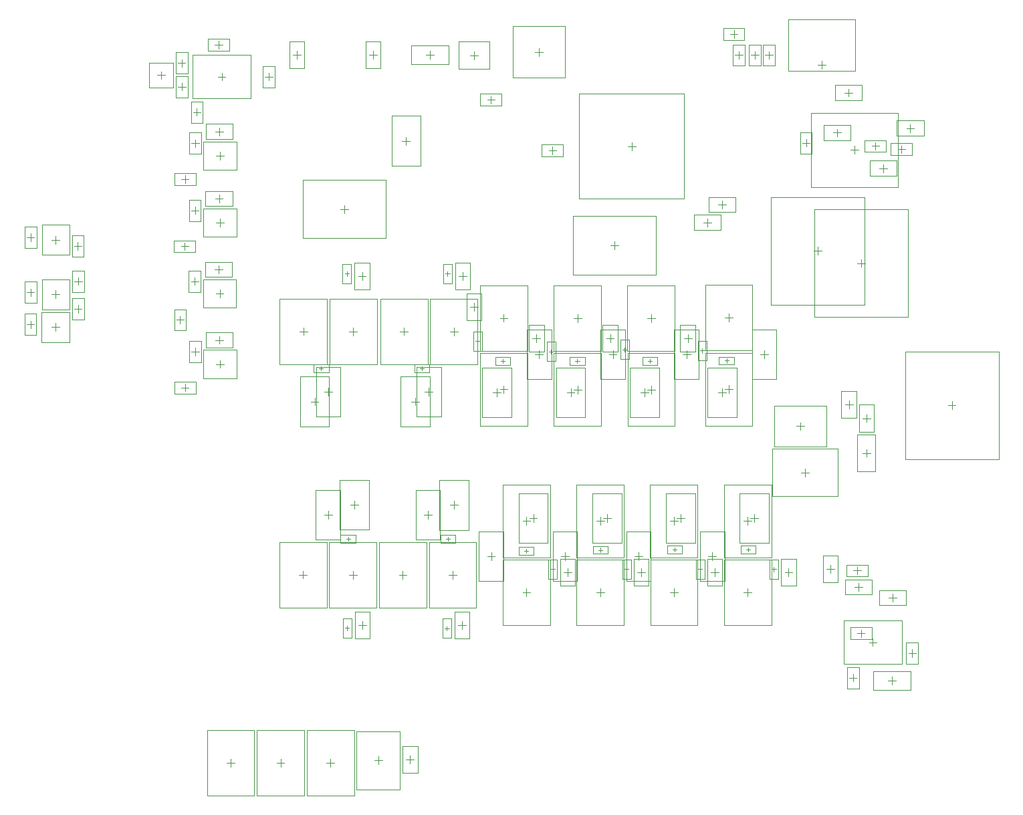
<source format=gbr>
%TF.GenerationSoftware,Altium Limited,Altium Designer,19.0.10 (269)*%
G04 Layer_Color=32768*
%FSLAX26Y26*%
%MOIN*%
%TF.FileFunction,Other,Mechanical_15*%
%TF.Part,Single*%
G01*
G75*
%TA.AperFunction,NonConductor*%
%ADD71C,0.003937*%
%ADD128C,0.001968*%
D71*
X727000Y3897315D02*
Y3936685D01*
X707315Y3917000D02*
X746685D01*
X4163740Y3544000D02*
X4203110D01*
X4183425Y3524315D02*
Y3563685D01*
X2287000Y3996315D02*
Y4035685D01*
X2267315Y4016000D02*
X2306685D01*
X2353284Y3794638D02*
X2390685D01*
X2371984Y3775937D02*
Y3813338D01*
X2578606Y2605000D02*
X2617976D01*
X2598291Y2585315D02*
Y2624685D01*
X2267315Y2763000D02*
X2306685D01*
X2287000Y2743315D02*
Y2782685D01*
X3937285Y1916045D02*
Y1955415D01*
X3917600Y1935730D02*
X3956970D01*
X3914000Y2147315D02*
Y2186685D01*
X3894315Y2167000D02*
X3933685D01*
X4223281Y2206730D02*
X4262651D01*
X4242966Y2187045D02*
Y2226415D01*
X4223499Y2033334D02*
X4262869D01*
X4243184Y2013649D02*
Y2053020D01*
X181482Y2824370D02*
X220853D01*
X201168Y2804685D02*
Y2844055D01*
X181315Y2660817D02*
X220685D01*
X201000Y2641132D02*
Y2680502D01*
X75832Y2655299D02*
Y2692701D01*
X57132Y2674000D02*
X94533D01*
X314000Y2871299D02*
Y2908701D01*
X295299Y2890000D02*
X332701D01*
X313000Y2733299D02*
Y2770701D01*
X294299Y2752000D02*
X331701D01*
X830500Y3840799D02*
Y3878201D01*
X811799Y3859500D02*
X849201D01*
X886799Y3732667D02*
X924201D01*
X905500Y3713966D02*
Y3751368D01*
X2582491Y1689315D02*
Y1728685D01*
X2562806Y1709000D02*
X2602176D01*
X2949912Y1689315D02*
Y1728685D01*
X2930227Y1709000D02*
X2969597D01*
X3317334Y1689315D02*
Y1728685D01*
X3297648Y1709000D02*
X3337019D01*
X3684755Y1689315D02*
Y1728685D01*
X3665070Y1709000D02*
X3704440D01*
X1659523Y1595063D02*
Y1615535D01*
X1649287Y1605299D02*
X1669760D01*
X2157000Y1593764D02*
Y1614236D01*
X2146764Y1604000D02*
X2167236D01*
X2536764Y1546000D02*
X2557236D01*
X2547000Y1535764D02*
Y1556236D01*
X2907764Y1550000D02*
X2928236D01*
X2918000Y1539764D02*
Y1560236D01*
X3277764Y1551352D02*
X3298236D01*
X3288000Y1541116D02*
Y1561589D01*
X3643764Y1551352D02*
X3664236D01*
X3654000Y1541116D02*
Y1561589D01*
X1525000Y2444764D02*
Y2465236D01*
X1514764Y2455000D02*
X1535236D01*
X1472520Y2290000D02*
X1511890D01*
X1492205Y2270315D02*
Y2309685D01*
X2419764Y2493118D02*
X2440236D01*
X2430000Y2482882D02*
Y2503354D01*
X3535764Y2493754D02*
X3556236D01*
X3546000Y2483518D02*
Y2503990D01*
X3523386Y2316421D02*
Y2355791D01*
X3503701Y2336106D02*
X3543071D01*
X3152764Y2492541D02*
X3173236D01*
X3163000Y2482305D02*
Y2502778D01*
X3136421Y2315209D02*
Y2354579D01*
X3116736Y2334894D02*
X3156106D01*
X2791764Y2492648D02*
X2812236D01*
X2802000Y2482411D02*
Y2502884D01*
X2769000Y2315315D02*
Y2354685D01*
X2749315Y2335000D02*
X2788685D01*
X2401579Y2315785D02*
Y2355155D01*
X2381894Y2335470D02*
X2421264D01*
X1973957Y2290000D02*
X2013327D01*
X1993642Y2270315D02*
Y2309685D01*
X2026437Y2444764D02*
Y2465236D01*
X2016201Y2455000D02*
X2036673D01*
X3073622Y3542953D02*
Y3582323D01*
X3053937Y3562638D02*
X3093307D01*
X4176000Y893874D02*
Y931276D01*
X4157299Y912575D02*
X4194701D01*
X4351315Y898598D02*
X4390685D01*
X4371000Y878913D02*
Y918283D01*
X4183315Y1365356D02*
X4222685D01*
X4203000Y1345671D02*
Y1385041D01*
X2739912Y1499315D02*
Y1538685D01*
X2720227Y1519000D02*
X2759597D01*
X3107334Y1499315D02*
Y1538685D01*
X3087649Y1519000D02*
X3127019D01*
X3455070D02*
X3494440D01*
X3474755Y1499315D02*
Y1538685D01*
X2037315Y1724679D02*
X2076685D01*
X2057000Y1704994D02*
Y1744364D01*
X1539838Y1725979D02*
X1579208D01*
X1559523Y1706294D02*
Y1745664D01*
X1540315Y2339321D02*
X1579685D01*
X1560000Y2319636D02*
Y2359006D01*
X2041752Y2339321D02*
X2081122D01*
X2061437Y2319636D02*
Y2359006D01*
X3733386Y2506421D02*
Y2545791D01*
X3713701Y2526106D02*
X3753071D01*
X3326736Y2524894D02*
X3366106D01*
X3346421Y2505209D02*
Y2544579D01*
X2959315Y2525000D02*
X2998685D01*
X2979000Y2505315D02*
Y2544685D01*
X2611579Y2505785D02*
Y2545155D01*
X2591894Y2525470D02*
X2631264D01*
X2435466Y2330549D02*
Y2369919D01*
X2415781Y2350234D02*
X2455151D01*
X2802888Y2330079D02*
Y2369449D01*
X2783203Y2349764D02*
X2822573D01*
X3170309Y2329972D02*
Y2369343D01*
X3150624Y2349657D02*
X3189994D01*
X3557273Y2331185D02*
Y2370555D01*
X3537588Y2350870D02*
X3576959D01*
X3650867Y1674551D02*
Y1713921D01*
X3631182Y1694236D02*
X3670552D01*
X3283446Y1674551D02*
Y1713921D01*
X3263761Y1694236D02*
X3303131D01*
X2916024Y1674551D02*
Y1713921D01*
X2896339Y1694236D02*
X2935709D01*
X2548603Y1674551D02*
Y1713921D01*
X2528918Y1694236D02*
X2568288D01*
X3651064Y1318084D02*
Y1357455D01*
X3631379Y1337770D02*
X3670749D01*
X3283643Y1318084D02*
Y1357455D01*
X3263958Y1337770D02*
X3303328D01*
X2916221Y1318084D02*
Y1357455D01*
X2896536Y1337770D02*
X2935906D01*
X2548800Y1318084D02*
Y1357455D01*
X2529115Y1337770D02*
X2568485D01*
X2180477Y1404315D02*
Y1443685D01*
X2160792Y1424000D02*
X2200162D01*
X1932081Y1405614D02*
Y1444984D01*
X1912396Y1425299D02*
X1951766D01*
X1683000Y1405614D02*
Y1444984D01*
X1663315Y1425299D02*
X1702685D01*
X1434604Y1406914D02*
Y1446284D01*
X1414919Y1426599D02*
X1454289D01*
X1436523Y2620315D02*
Y2659685D01*
X1416838Y2640000D02*
X1456208D01*
X1684919Y2619016D02*
Y2658386D01*
X1665234Y2638701D02*
X1704604D01*
X1937961Y2620315D02*
Y2659685D01*
X1918276Y2640000D02*
X1957646D01*
X2186356Y2619016D02*
Y2658386D01*
X2166671Y2638701D02*
X2206041D01*
X2435269Y2687016D02*
Y2726386D01*
X2415584Y2706701D02*
X2454954D01*
X2802691Y2686545D02*
Y2725916D01*
X2783006Y2706230D02*
X2822376D01*
X3170112Y2686439D02*
Y2725809D01*
X3150427Y2706124D02*
X3189797D01*
X3557077Y2687652D02*
Y2727022D01*
X3537392Y2707337D02*
X3576762D01*
X4306494Y3453000D02*
X4345864D01*
X4326179Y3433315D02*
Y3472685D01*
X4442315Y3653000D02*
X4481685D01*
X4462000Y3633315D02*
Y3672685D01*
X4399724Y3548000D02*
X4437126D01*
X4418425Y3529299D02*
Y3566701D01*
X4269724Y3564000D02*
X4307126D01*
X4288425Y3545299D02*
Y3582701D01*
X4000984Y3969685D02*
X4040354D01*
X4020669Y3950000D02*
Y3989370D01*
X3582362Y4103283D02*
Y4140685D01*
X3563662Y4121984D02*
X3601063D01*
X3757362Y3998284D02*
Y4035685D01*
X3738662Y4016984D02*
X3776063D01*
X3668662D02*
X3706063D01*
X3687362Y3998284D02*
Y4035685D01*
X3607362Y3998284D02*
Y4035685D01*
X3588662Y4016984D02*
X3626063D01*
X2610000Y4013315D02*
Y4052685D01*
X2590315Y4033000D02*
X2629685D01*
X4076740Y3630468D02*
X4116110D01*
X4096425Y3610783D02*
Y3650153D01*
X2352806Y1519000D02*
X2392176D01*
X2372491Y1499315D02*
Y1538685D01*
X3431315Y3183000D02*
X3470685D01*
X3451000Y3163315D02*
Y3202685D01*
X3503315Y3271000D02*
X3542685D01*
X3523000Y3251315D02*
Y3290685D01*
X4354315Y1311000D02*
X4393685D01*
X4374000Y1291315D02*
Y1330685D01*
X2659299Y3542000D02*
X2696701D01*
X2678000Y3523299D02*
Y3560701D01*
X2986000Y3049315D02*
Y3088685D01*
X2966315Y3069000D02*
X3005685D01*
X4001000Y3021315D02*
Y3060685D01*
X3981315Y3041000D02*
X4020685D01*
X999449Y2828402D02*
X1038819D01*
X1019134Y2808716D02*
Y2848087D01*
X876250Y2890000D02*
X913652D01*
X894951Y2871299D02*
Y2908701D01*
X995315Y2948648D02*
X1034685D01*
X1015000Y2928963D02*
Y2968333D01*
X803299Y2697000D02*
X840701D01*
X822000Y2678299D02*
Y2715701D01*
X1968345Y485315D02*
Y524685D01*
X1948660Y505000D02*
X1988030D01*
X1809345Y481315D02*
Y520685D01*
X1789660Y501000D02*
X1829030D01*
X4197888Y2980000D02*
X4237258D01*
X4217573Y2960315D02*
Y2999685D01*
X1264000Y3891299D02*
Y3928701D01*
X1245299Y3910000D02*
X1282701D01*
X811299Y3978000D02*
X848701D01*
X830000Y3959299D02*
Y3996701D01*
X1014000Y4050128D02*
Y4087530D01*
X995299Y4068829D02*
X1032701D01*
X1009315Y3910000D02*
X1048685D01*
X1029000Y3890315D02*
Y3929685D01*
X4156184Y2256045D02*
Y2295415D01*
X4136499Y2275730D02*
X4175869D01*
X201168Y3076724D02*
Y3116095D01*
X181482Y3096409D02*
X220853D01*
X293299Y3065000D02*
X330701D01*
X312000Y3046299D02*
Y3083701D01*
X57299Y2834000D02*
X94701D01*
X76000Y2815299D02*
Y2852701D01*
X57299Y3108409D02*
X94701D01*
X76000Y3089709D02*
Y3127110D01*
X1928315Y3589000D02*
X1967685D01*
X1948000Y3569315D02*
Y3608685D01*
X1640000Y3229667D02*
Y3269037D01*
X1620315Y3249352D02*
X1659685D01*
X997181Y2596845D02*
X1036551D01*
X1016866Y2577160D02*
Y2616530D01*
X876982Y3243197D02*
X914384D01*
X895683Y3224496D02*
Y3261898D01*
X996047Y3301845D02*
X1035417D01*
X1015732Y3282160D02*
Y3321530D01*
X844866Y3045299D02*
Y3082701D01*
X826165Y3064000D02*
X863567D01*
X1001315Y2476599D02*
X1040685D01*
X1021000Y2456913D02*
Y2496284D01*
X878116Y2538197D02*
X915518D01*
X896817Y2519496D02*
Y2556898D01*
X846000Y2340299D02*
Y2377701D01*
X827299Y2359000D02*
X864701D01*
X1000181Y3181599D02*
X1039551D01*
X1019866Y3161913D02*
Y3201284D01*
X1001315Y3516000D02*
X1040685D01*
X1021000Y3496315D02*
Y3535685D01*
X878116Y3577598D02*
X915518D01*
X896817Y3558898D02*
Y3596299D01*
X997181Y3636246D02*
X1036551D01*
X1016866Y3616561D02*
Y3655931D01*
X846000Y3379701D02*
Y3417102D01*
X827299Y3398401D02*
X864701D01*
X2753200Y1419315D02*
Y1458685D01*
X2733515Y1439000D02*
X2772885D01*
X2658160Y1405772D02*
X2701467D01*
X2658160Y1502228D02*
X2701467D01*
Y1405772D02*
Y1502228D01*
X2658160Y1405772D02*
Y1502228D01*
X2679814Y1443173D02*
Y1464827D01*
X2668987Y1454000D02*
X2690640D01*
X2649346Y2490795D02*
X2692653D01*
X2649346Y2587251D02*
X2692653D01*
Y2490795D02*
Y2587251D01*
X2649346Y2490795D02*
Y2587251D01*
X2671000Y2528196D02*
Y2549850D01*
X2660173Y2539023D02*
X2681827D01*
X2965713Y2585209D02*
Y2624579D01*
X2946028Y2604894D02*
X2985398D01*
X3016077Y2500772D02*
X3059384D01*
X3016077Y2597228D02*
X3059384D01*
Y2500772D02*
Y2597228D01*
X3016077Y2500772D02*
Y2597228D01*
X3037730Y2538173D02*
Y2559827D01*
X3026904Y2549000D02*
X3048557D01*
X3855464Y1419315D02*
Y1458685D01*
X3835779Y1439000D02*
X3875149D01*
X3760424Y1405772D02*
X3803731D01*
X3760424Y1502228D02*
X3803731D01*
Y1405772D02*
Y1502228D01*
X3760424Y1405772D02*
Y1502228D01*
X3782078Y1443173D02*
Y1464827D01*
X3771251Y1454000D02*
X3792905D01*
X2230502Y2895315D02*
Y2934685D01*
X2210817Y2915000D02*
X2250187D01*
X2133494Y2879409D02*
X2176801D01*
X2133494Y2975866D02*
X2176801D01*
Y2879409D02*
Y2975866D01*
X2133494Y2879409D02*
Y2975866D01*
X2155148Y2916811D02*
Y2938465D01*
X2144321Y2927638D02*
X2165975D01*
X1729065Y2895315D02*
Y2934685D01*
X1709380Y2915000D02*
X1748750D01*
X1632057Y2879409D02*
X1675364D01*
X1632057Y2975866D02*
X1675364D01*
Y2879409D02*
Y2975866D01*
X1632057Y2879409D02*
Y2975866D01*
X1653711Y2916811D02*
Y2938465D01*
X1642884Y2927638D02*
X1664537D01*
X2227935Y1154315D02*
Y1193685D01*
X2208250Y1174000D02*
X2247620D01*
X2130347Y1207228D02*
X2173654D01*
X2130347Y1110772D02*
X2173654D01*
X2130347D02*
Y1207228D01*
X2173654Y1110772D02*
Y1207228D01*
X2152000Y1148173D02*
Y1169827D01*
X2141173Y1159000D02*
X2162827D01*
X1730458Y1155614D02*
Y1194984D01*
X1710773Y1175299D02*
X1750143D01*
X1632870Y1208528D02*
X1676177D01*
X1632870Y1112071D02*
X1676177D01*
X1632870D02*
Y1208528D01*
X1676177Y1112071D02*
Y1208528D01*
X1654523Y1149473D02*
Y1171126D01*
X1643697Y1160299D02*
X1665350D01*
X3352677Y2586421D02*
Y2625791D01*
X3332992Y2606106D02*
X3372362D01*
X3403041Y2495476D02*
X3446348D01*
X3403041Y2591933D02*
X3446348D01*
Y2495476D02*
Y2591933D01*
X3403041Y2495476D02*
Y2591933D01*
X3424695Y2532878D02*
Y2554532D01*
X3413868Y2543705D02*
X3435522D01*
X2282602Y2542242D02*
X2325909D01*
X2282602Y2638699D02*
X2325909D01*
Y2542242D02*
Y2638699D01*
X2282602Y2542242D02*
Y2638699D01*
X2304256Y2579644D02*
Y2601297D01*
X2293429Y2590470D02*
X2315082D01*
X3488042Y1419315D02*
Y1458685D01*
X3468357Y1439000D02*
X3507727D01*
X3393003Y1405772D02*
X3436310D01*
X3393003Y1502228D02*
X3436310D01*
Y1405772D02*
Y1502228D01*
X3393003Y1405772D02*
Y1502228D01*
X3414657Y1443173D02*
Y1464827D01*
X3403830Y1454000D02*
X3425483D01*
X3025581Y1405772D02*
X3068889D01*
X3025581Y1502228D02*
X3068889D01*
Y1405772D02*
Y1502228D01*
X3025581Y1405772D02*
Y1502228D01*
X3047235Y1443173D02*
Y1464827D01*
X3036408Y1454000D02*
X3058062D01*
X3120621Y1419315D02*
Y1458685D01*
X3100936Y1439000D02*
X3140306D01*
X1689523Y1755614D02*
Y1794984D01*
X1669838Y1775299D02*
X1709208D01*
X2187000Y1754315D02*
Y1793685D01*
X2167315Y1774000D02*
X2206685D01*
X4216000Y1115656D02*
Y1153057D01*
X4197299Y1134356D02*
X4234701D01*
X4153425Y3810315D02*
Y3849685D01*
X4133740Y3830000D02*
X4173110D01*
X3923724Y3579000D02*
X3961126D01*
X3942425Y3560299D02*
Y3597701D01*
X2068000Y3998764D02*
Y4038134D01*
X2048315Y4018449D02*
X2087685D01*
X1763315D02*
X1802685D01*
X1783000Y3998764D02*
Y4038134D01*
X1383315Y4018449D02*
X1422685D01*
X1403000Y3998764D02*
Y4038134D01*
X1551107Y489701D02*
X1590477D01*
X1570792Y470016D02*
Y509386D01*
X1302711Y489701D02*
X1342081D01*
X1322396Y470016D02*
Y509386D01*
X1054315Y489701D02*
X1093685D01*
X1074000Y470016D02*
Y509386D01*
X4044315Y1454000D02*
X4083685D01*
X4064000Y1434315D02*
Y1473685D01*
X4275449Y1070223D02*
Y1109592D01*
X4255764Y1089908D02*
X4295134D01*
X4452299Y1035459D02*
X4489701D01*
X4471000Y1016758D02*
Y1054159D01*
X4197000Y1428299D02*
Y1465701D01*
X4178299Y1447000D02*
X4215701D01*
X4669000Y2251315D02*
Y2290685D01*
X4649315Y2271000D02*
X4688685D01*
D128*
X665976Y3855583D02*
X788024D01*
X665976Y3978417D02*
X788024D01*
X665976Y3855583D02*
Y3978417D01*
X788024Y3855583D02*
Y3978417D01*
X3966890Y3358961D02*
Y3729039D01*
X4399961Y3358961D02*
Y3729039D01*
X3966890D02*
X4399961D01*
X3966890Y3358961D02*
X4399961D01*
X2211213Y4084898D02*
X2362787D01*
X2211213Y3947102D02*
X2362787D01*
Y4084898D01*
X2211213Y3947102D02*
Y4084898D01*
X2318835Y3765110D02*
Y3824165D01*
X2425134Y3765110D02*
Y3824165D01*
X2318835Y3765110D02*
X2425134D01*
X2318835Y3824165D02*
X2425134D01*
X2560890Y2538071D02*
Y2671929D01*
X2635693Y2538071D02*
Y2671929D01*
X2560890D02*
X2635693D01*
X2560890Y2538071D02*
X2635693D01*
X2249598Y2696071D02*
Y2829929D01*
X2324402Y2696071D02*
Y2829929D01*
X2249598D02*
X2324402D01*
X2249598Y2696071D02*
X2324402D01*
X3773899Y1817620D02*
X4100670D01*
X3773899Y2053840D02*
X4100670D01*
X3773899Y1817620D02*
Y2053840D01*
X4100670Y1817620D02*
Y2053840D01*
X3783095Y2066016D02*
X4044905D01*
X3783095Y2267984D02*
X4044905D01*
X3783095Y2066016D02*
Y2267984D01*
X4044905Y2066016D02*
Y2267984D01*
X4280367Y2139801D02*
Y2273659D01*
X4205564Y2139801D02*
Y2273659D01*
Y2139801D02*
X4280367D01*
X4205564Y2273659D02*
X4280367D01*
X4288460Y1940815D02*
Y2125854D01*
X4197908Y1940815D02*
Y2125854D01*
Y1940815D02*
X4288460D01*
X4197908Y2125854D02*
X4288460D01*
X270065Y2748583D02*
Y2900157D01*
X132270Y2748583D02*
Y2900157D01*
Y2748583D02*
X270065D01*
X132270Y2900157D02*
X270065D01*
X269898Y2585030D02*
Y2736604D01*
X132102Y2585030D02*
Y2736604D01*
Y2585030D02*
X269898D01*
X132102Y2736604D02*
X269898D01*
X46305Y2620850D02*
X105360D01*
X46305Y2727150D02*
X105360D01*
Y2620850D02*
Y2727150D01*
X46305Y2620850D02*
Y2727150D01*
X284473Y2836850D02*
X343528D01*
X284473Y2943150D02*
X343528D01*
Y2836850D02*
Y2943150D01*
X284473Y2836850D02*
Y2943150D01*
X283473Y2698850D02*
X342528D01*
X283473Y2805150D02*
X342528D01*
Y2698850D02*
Y2805150D01*
X283473Y2698850D02*
Y2805150D01*
X800972Y3912650D02*
X860028D01*
X800972Y3806350D02*
X860028D01*
X800972D02*
Y3912650D01*
X860028Y3806350D02*
Y3912650D01*
X875972Y3679518D02*
Y3785817D01*
X935028Y3679518D02*
Y3785817D01*
X875972D02*
X935028D01*
X875972Y3679518D02*
X935028D01*
X2509656Y1584984D02*
X2655325D01*
X2509656Y1833016D02*
X2655325D01*
Y1584984D02*
Y1833016D01*
X2509656Y1584984D02*
Y1833016D01*
X2877077Y1584984D02*
X3022747D01*
X2877077Y1833016D02*
X3022747D01*
Y1584984D02*
Y1833016D01*
X2877077Y1584984D02*
Y1833016D01*
X3244499Y1584984D02*
X3390168D01*
X3244499Y1833016D02*
X3390168D01*
Y1584984D02*
Y1833016D01*
X3244499Y1584984D02*
Y1833016D01*
X3611920Y1584984D02*
X3757590D01*
X3611920Y1833016D02*
X3757590D01*
Y1584984D02*
Y1833016D01*
X3611920Y1584984D02*
Y1833016D01*
X1622122Y1624984D02*
X1696925D01*
X1622122Y1585614D02*
X1696925D01*
Y1624984D01*
X1622122Y1585614D02*
Y1624984D01*
X2119599Y1623685D02*
X2194402D01*
X2119599Y1584315D02*
X2194402D01*
Y1623685D01*
X2119599Y1584315D02*
Y1623685D01*
X2509599Y1526315D02*
Y1565685D01*
X2584402Y1526315D02*
Y1565685D01*
X2509599Y1526315D02*
X2584402D01*
X2509599Y1565685D02*
X2584402D01*
X2880599Y1530315D02*
Y1569685D01*
X2955402Y1530315D02*
Y1569685D01*
X2880599Y1530315D02*
X2955402D01*
X2880599Y1569685D02*
X2955402D01*
X3250599Y1531667D02*
Y1571037D01*
X3325402Y1531667D02*
Y1571037D01*
X3250599Y1531667D02*
X3325402D01*
X3250599Y1571037D02*
X3325402D01*
X3616599Y1531667D02*
Y1571037D01*
X3691402Y1531667D02*
Y1571037D01*
X3616599Y1531667D02*
X3691402D01*
X3616599Y1571037D02*
X3691402D01*
X1487598Y2435315D02*
X1562401D01*
X1487598Y2474685D02*
X1562401D01*
X1487598Y2435315D02*
Y2474685D01*
X1562401Y2435315D02*
Y2474685D01*
X1565039Y2165984D02*
Y2414016D01*
X1419370Y2165984D02*
Y2414016D01*
Y2165984D02*
X1565039D01*
X1419370Y2414016D02*
X1565039D01*
X2467401Y2473433D02*
Y2512803D01*
X2392598Y2473433D02*
Y2512803D01*
X2467401D01*
X2392598Y2473433D02*
X2467401D01*
X3583401Y2474069D02*
Y2513439D01*
X3508598Y2474069D02*
Y2513439D01*
X3583401D01*
X3508598Y2474069D02*
X3583401D01*
X3450551Y2460122D02*
X3596220D01*
X3450551Y2212091D02*
X3596220D01*
X3450551D02*
Y2460122D01*
X3596220Y2212091D02*
Y2460122D01*
X3200401Y2472856D02*
Y2512226D01*
X3125598Y2472856D02*
Y2512226D01*
X3200401D01*
X3125598Y2472856D02*
X3200401D01*
X3063587Y2458909D02*
X3209256D01*
X3063587Y2210878D02*
X3209256D01*
X3063587D02*
Y2458909D01*
X3209256Y2210878D02*
Y2458909D01*
X2839401Y2472963D02*
Y2512333D01*
X2764598Y2472963D02*
Y2512333D01*
X2839401D01*
X2764598Y2472963D02*
X2839401D01*
X2696165Y2459016D02*
X2841835D01*
X2696165Y2210984D02*
X2841835D01*
X2696165D02*
Y2459016D01*
X2841835Y2210984D02*
Y2459016D01*
X2328744Y2459486D02*
X2474413D01*
X2328744Y2211455D02*
X2474413D01*
X2328744D02*
Y2459486D01*
X2474413Y2211455D02*
Y2459486D01*
X2066477Y2165984D02*
Y2414016D01*
X1920807Y2165984D02*
Y2414016D01*
Y2165984D02*
X2066477D01*
X1920807Y2414016D02*
X2066477D01*
X1989036Y2435315D02*
X2063839D01*
X1989036Y2474685D02*
X2063839D01*
X1989036Y2435315D02*
Y2474685D01*
X2063839Y2435315D02*
Y2474685D01*
X2811811Y3300827D02*
X3335433D01*
X2811811Y3824449D02*
X3335433D01*
Y3300827D02*
Y3824449D01*
X2811811Y3300827D02*
Y3824449D01*
X4146472Y965724D02*
X4205528D01*
X4146472Y859425D02*
X4205528D01*
Y965724D01*
X4146472Y859425D02*
Y965724D01*
X4278480Y853323D02*
Y943874D01*
X4463520Y853323D02*
Y943874D01*
X4278480D02*
X4463520D01*
X4278480Y853323D02*
X4463520D01*
X4269929Y1327955D02*
Y1402758D01*
X4136071Y1327955D02*
Y1402758D01*
Y1327955D02*
X4269929D01*
X4136071Y1402758D02*
X4269929D01*
X2678889Y1394984D02*
X2800936D01*
X2678889Y1643016D02*
X2800936D01*
X2678889Y1394984D02*
Y1643016D01*
X2800936Y1394984D02*
Y1643016D01*
X3046310Y1394984D02*
X3168357D01*
X3046310Y1643016D02*
X3168357D01*
X3046310Y1394984D02*
Y1643016D01*
X3168357Y1394984D02*
Y1643016D01*
X3535779Y1394984D02*
Y1643016D01*
X3413731Y1394984D02*
Y1643016D01*
X3535779D01*
X3413731Y1394984D02*
X3535779D01*
X2118024Y1600664D02*
Y1848695D01*
X1995976Y1600664D02*
Y1848695D01*
X2118024D01*
X1995976Y1600664D02*
X2118024D01*
X1620547Y1601963D02*
Y1849994D01*
X1498500Y1601963D02*
Y1849994D01*
X1620547D01*
X1498500Y1601963D02*
X1620547D01*
X1498976Y2215305D02*
Y2463336D01*
X1621024Y2215305D02*
Y2463336D01*
X1498976Y2215305D02*
X1621024D01*
X1498976Y2463336D02*
X1621024D01*
X2000414Y2215305D02*
Y2463336D01*
X2122461Y2215305D02*
Y2463336D01*
X2000414Y2215305D02*
X2122461D01*
X2000414Y2463336D02*
X2122461D01*
X3672362Y2650122D02*
X3794409D01*
X3672362Y2402091D02*
X3794409D01*
Y2650122D01*
X3672362Y2402091D02*
Y2650122D01*
X3285398Y2400878D02*
Y2648910D01*
X3407445Y2400878D02*
Y2648910D01*
X3285398Y2400878D02*
X3407445D01*
X3285398Y2648910D02*
X3407445D01*
X2917976Y2400984D02*
Y2649016D01*
X3040024Y2400984D02*
Y2649016D01*
X2917976Y2400984D02*
X3040024D01*
X2917976Y2649016D02*
X3040024D01*
X2550555Y2649486D02*
X2672602D01*
X2550555Y2401455D02*
X2672602D01*
Y2649486D01*
X2550555Y2401455D02*
Y2649486D01*
X2317356Y2531336D02*
X2553577D01*
X2317356Y2169132D02*
X2553577D01*
Y2531336D01*
X2317356Y2169132D02*
Y2531336D01*
X2684778Y2530866D02*
X2920998D01*
X2684778Y2168662D02*
X2920998D01*
Y2530866D01*
X2684778Y2168662D02*
Y2530866D01*
X3052199Y2530760D02*
X3288419D01*
X3052199Y2168555D02*
X3288419D01*
Y2530760D01*
X3052199Y2168555D02*
Y2530760D01*
X3439163Y2531972D02*
X3675384D01*
X3439163Y2169768D02*
X3675384D01*
Y2531972D01*
X3439163Y2169768D02*
Y2531972D01*
X3532757Y1513134D02*
X3768977D01*
X3532757Y1875339D02*
X3768977D01*
X3532757Y1513134D02*
Y1875339D01*
X3768977Y1513134D02*
Y1875339D01*
X3165336Y1513134D02*
X3401556D01*
X3165336Y1875339D02*
X3401556D01*
X3165336Y1513134D02*
Y1875339D01*
X3401556Y1513134D02*
Y1875339D01*
X2797914Y1513134D02*
X3034135D01*
X2797914Y1875339D02*
X3034135D01*
X2797914Y1513134D02*
Y1875339D01*
X3034135Y1513134D02*
Y1875339D01*
X2430493Y1513134D02*
X2666713D01*
X2430493Y1875339D02*
X2666713D01*
X2430493Y1513134D02*
Y1875339D01*
X2666713Y1513134D02*
Y1875339D01*
X3532954Y1174384D02*
X3769174D01*
X3532954Y1501155D02*
X3769174D01*
X3532954Y1174384D02*
Y1501155D01*
X3769174Y1174384D02*
Y1501155D01*
X3165533Y1174384D02*
X3401753D01*
X3165533Y1501155D02*
X3401753D01*
X3165533Y1174384D02*
Y1501155D01*
X3401753Y1174384D02*
Y1501155D01*
X2798111Y1174384D02*
X3034332D01*
X2798111Y1501155D02*
X3034332D01*
X2798111Y1174384D02*
Y1501155D01*
X3034332Y1174384D02*
Y1501155D01*
X2430690Y1174384D02*
X2666910D01*
X2430690Y1501155D02*
X2666910D01*
X2430690Y1174384D02*
Y1501155D01*
X2666910Y1174384D02*
Y1501155D01*
X2062366Y1260614D02*
X2298587D01*
X2062366Y1587386D02*
X2298587D01*
X2062366Y1260614D02*
Y1587386D01*
X2298587Y1260614D02*
Y1587386D01*
X1813971Y1261914D02*
X2050191D01*
X1813971Y1588685D02*
X2050191D01*
X1813971Y1261914D02*
Y1588685D01*
X2050191Y1261914D02*
Y1588685D01*
X1564890Y1261914D02*
X1801110D01*
X1564890Y1588685D02*
X1801110D01*
X1564890Y1261914D02*
Y1588685D01*
X1801110Y1261914D02*
Y1588685D01*
X1316494Y1263213D02*
X1552714D01*
X1316494Y1589984D02*
X1552714D01*
X1316494Y1263213D02*
Y1589984D01*
X1552714Y1263213D02*
Y1589984D01*
X1318413Y2803386D02*
X1554634D01*
X1318413Y2476614D02*
X1554634D01*
Y2803386D01*
X1318413Y2476614D02*
Y2803386D01*
X1566809Y2802086D02*
X1803029D01*
X1566809Y2475315D02*
X1803029D01*
Y2802086D01*
X1566809Y2475315D02*
Y2802086D01*
X1819850Y2803386D02*
X2056071D01*
X1819850Y2476614D02*
X2056071D01*
Y2803386D01*
X1819850Y2476614D02*
Y2803386D01*
X2068246Y2802086D02*
X2304467D01*
X2068246Y2475315D02*
X2304467D01*
Y2802086D01*
X2068246Y2475315D02*
Y2802086D01*
X2317159Y2870086D02*
X2553380D01*
X2317159Y2543315D02*
X2553380D01*
Y2870086D01*
X2317159Y2543315D02*
Y2870086D01*
X2684581Y2869616D02*
X2920801D01*
X2684581Y2542845D02*
X2920801D01*
Y2869616D01*
X2684581Y2542845D02*
Y2869616D01*
X3052002Y2869510D02*
X3288222D01*
X3052002Y2542738D02*
X3288222D01*
Y2869510D01*
X3052002Y2542738D02*
Y2869510D01*
X3438966Y2870722D02*
X3675187D01*
X3438966Y2543951D02*
X3675187D01*
Y2870722D01*
X3438966Y2543951D02*
Y2870722D01*
X4393108Y3415598D02*
Y3490402D01*
X4259250Y3415598D02*
Y3490402D01*
Y3415598D02*
X4393108D01*
X4259250Y3490402D02*
X4393108D01*
X4528929Y3615598D02*
Y3690402D01*
X4395071Y3615598D02*
Y3690402D01*
Y3615598D02*
X4528929D01*
X4395071Y3690402D02*
X4528929D01*
X4365276Y3518472D02*
Y3577528D01*
X4471575Y3518472D02*
Y3577528D01*
X4365276D02*
X4471575D01*
X4365276Y3518472D02*
X4471575D01*
X4341575Y3534472D02*
Y3593528D01*
X4235276Y3534472D02*
Y3593528D01*
Y3534472D02*
X4341575D01*
X4235276Y3593528D02*
X4341575D01*
X3853346Y3939173D02*
X4187992D01*
X3853346Y4195079D02*
X4187992D01*
X3853346Y3939173D02*
Y4195079D01*
X4187992Y3939173D02*
Y4195079D01*
X3529213Y4092457D02*
X3635512D01*
X3529213Y4151512D02*
X3635512D01*
Y4092457D02*
Y4151512D01*
X3529213Y4092457D02*
Y4151512D01*
X3727835Y3963835D02*
X3786890D01*
X3727835Y4070134D02*
X3786890D01*
X3727835Y3963835D02*
Y4070134D01*
X3786890Y3963835D02*
Y4070134D01*
X3716890Y3963835D02*
Y4070134D01*
X3657835Y3963835D02*
Y4070134D01*
X3716890D01*
X3657835Y3963835D02*
X3716890D01*
X3577835Y3963835D02*
X3636890D01*
X3577835Y4070134D02*
X3636890D01*
X3577835Y3963835D02*
Y4070134D01*
X3636890Y3963835D02*
Y4070134D01*
X2481063Y3905047D02*
X2738937D01*
X2481063D02*
Y4160953D01*
X2738937D01*
Y3905047D02*
Y4160953D01*
X4029496Y3593066D02*
Y3667869D01*
X4163354Y3593066D02*
Y3667869D01*
X4029496D02*
X4163354D01*
X4029496Y3593066D02*
X4163354D01*
X2433515Y1394984D02*
Y1643016D01*
X2311467Y1394984D02*
Y1643016D01*
X2433515D01*
X2311467Y1394984D02*
X2433515D01*
X3517929Y3145598D02*
Y3220402D01*
X3384071Y3145598D02*
Y3220402D01*
X3517929D01*
X3384071Y3145598D02*
X3517929D01*
X3456071Y3233598D02*
Y3308402D01*
X3589929Y3233598D02*
Y3308402D01*
X3456071Y3233598D02*
X3589929D01*
X3456071Y3308402D02*
X3589929D01*
X4307071Y1273598D02*
Y1348402D01*
X4440929Y1273598D02*
Y1348402D01*
X4307071Y1273598D02*
X4440929D01*
X4307071Y1348402D02*
X4440929D01*
X2731150Y3512472D02*
Y3571528D01*
X2624850Y3512472D02*
Y3571528D01*
X2731150D01*
X2624850Y3512472D02*
X2731150D01*
X2779307Y2923331D02*
X3192693D01*
X2779307Y3214669D02*
X3192693D01*
Y2923331D02*
Y3214669D01*
X2779307Y2923331D02*
Y3214669D01*
X3767732Y2773284D02*
X4234268D01*
X3767732Y3308716D02*
X4234268D01*
Y2773284D02*
Y3308716D01*
X3767732Y2773284D02*
Y3308716D01*
X936457Y2757535D02*
Y2899268D01*
X1101811Y2757535D02*
Y2899268D01*
X936457Y2757535D02*
X1101811D01*
X936457Y2899268D02*
X1101811D01*
X865423Y2836850D02*
Y2943150D01*
X924478Y2836850D02*
Y2943150D01*
X865423D02*
X924478D01*
X865423Y2836850D02*
X924478D01*
X948071Y2911246D02*
Y2986049D01*
X1081929Y2911246D02*
Y2986049D01*
X948071Y2911246D02*
X1081929D01*
X948071Y2986049D02*
X1081929D01*
X792472Y2643850D02*
Y2750150D01*
X851528Y2643850D02*
Y2750150D01*
X792472D02*
X851528D01*
X792472Y2643850D02*
X851528D01*
X1930943Y438071D02*
X2005746D01*
X1930943Y571929D02*
X2005746D01*
X1930943Y438071D02*
Y571929D01*
X2005746Y438071D02*
Y571929D01*
X1701077Y646669D02*
X1917613D01*
X1701077Y355331D02*
X1917613D01*
Y646669D01*
X1701077Y355331D02*
Y646669D01*
X3984305Y2712284D02*
Y3247716D01*
X4450841Y2712284D02*
Y3247716D01*
X3984305Y2712284D02*
X4450841D01*
X3984305Y3247716D02*
X4450841D01*
X1234473Y3963150D02*
X1293528D01*
X1234473Y3856850D02*
X1293528D01*
X1234473D02*
Y3963150D01*
X1293528Y3856850D02*
Y3963150D01*
X859528Y3924850D02*
Y4031150D01*
X800472Y3924850D02*
Y4031150D01*
Y3924850D02*
X859528D01*
X800472Y4031150D02*
X859528D01*
X960850Y4039302D02*
X1067150D01*
X960850Y4098357D02*
X1067150D01*
X960850Y4039302D02*
Y4098357D01*
X1067150Y4039302D02*
Y4098357D01*
X1174669Y3801732D02*
Y4018268D01*
X883331Y3801732D02*
Y4018268D01*
X1174669D01*
X883331Y3801732D02*
X1174669D01*
X4118783Y2208801D02*
X4193586D01*
X4118783Y2342659D02*
X4193586D01*
Y2208801D02*
Y2342659D01*
X4118783Y2208801D02*
Y2342659D01*
X132270Y3172197D02*
X270065D01*
X132270Y3020622D02*
X270065D01*
X132270D02*
Y3172197D01*
X270065Y3020622D02*
Y3172197D01*
X341527Y3011850D02*
Y3118150D01*
X282472Y3011850D02*
Y3118150D01*
Y3011850D02*
X341527D01*
X282472Y3118150D02*
X341527D01*
X105528Y2780850D02*
Y2887150D01*
X46472Y2780850D02*
Y2887150D01*
Y2780850D02*
X105528D01*
X46472Y2887150D02*
X105528D01*
Y3055260D02*
Y3161559D01*
X46472Y3055260D02*
Y3161559D01*
Y3055260D02*
X105528D01*
X46472Y3161559D02*
X105528D01*
X2018866Y3464000D02*
Y3714000D01*
X1877134Y3464000D02*
Y3714000D01*
Y3464000D02*
X2018866D01*
X1877134Y3714000D02*
X2018866D01*
X1433307Y3103683D02*
X1846693D01*
X1433307Y3395022D02*
X1846693D01*
Y3103683D02*
Y3395022D01*
X1433307Y3103683D02*
Y3395022D01*
X949937Y2559443D02*
Y2634246D01*
X1083795Y2559443D02*
Y2634246D01*
X949937Y2559443D02*
X1083795D01*
X949937Y2634246D02*
X1083795D01*
X866155Y3190047D02*
Y3296347D01*
X925211Y3190047D02*
Y3296347D01*
X866155D02*
X925211D01*
X866155Y3190047D02*
X925211D01*
X948803Y3264443D02*
Y3339246D01*
X1082661Y3264443D02*
Y3339246D01*
X948803Y3264443D02*
X1082661D01*
X948803Y3339246D02*
X1082661D01*
X791717Y3034472D02*
X898016D01*
X791717Y3093528D02*
X898016D01*
X791717Y3034472D02*
Y3093528D01*
X898016Y3034472D02*
Y3093528D01*
X938323Y2405732D02*
Y2547465D01*
X1103677Y2405732D02*
Y2547465D01*
X938323Y2405732D02*
X1103677D01*
X938323Y2547465D02*
X1103677D01*
X867289Y2485047D02*
Y2591347D01*
X926344Y2485047D02*
Y2591347D01*
X867289D02*
X926344D01*
X867289Y2485047D02*
X926344D01*
X792850Y2329472D02*
X899150D01*
X792850Y2388528D02*
X899150D01*
X792850Y2329472D02*
Y2388528D01*
X899150Y2329472D02*
Y2388528D01*
X937189Y3110732D02*
Y3252465D01*
X1102543Y3110732D02*
Y3252465D01*
X937189Y3110732D02*
X1102543D01*
X937189Y3252465D02*
X1102543D01*
X938323Y3445134D02*
Y3586866D01*
X1103677Y3445134D02*
Y3586866D01*
X938323Y3445134D02*
X1103677D01*
X938323Y3586866D02*
X1103677D01*
X867289Y3524449D02*
Y3630748D01*
X926344Y3524449D02*
Y3630748D01*
X867289D02*
X926344D01*
X867289Y3524449D02*
X926344D01*
X949937Y3598845D02*
Y3673648D01*
X1083795Y3598845D02*
Y3673648D01*
X949937Y3598845D02*
X1083795D01*
X949937Y3673648D02*
X1083795D01*
X792850Y3368874D02*
X899150D01*
X792850Y3427929D02*
X899150D01*
X792850Y3368874D02*
Y3427929D01*
X899150Y3368874D02*
Y3427929D01*
X2715798Y1505929D02*
X2790601D01*
X2715798Y1372071D02*
X2790601D01*
X2715798D02*
Y1505929D01*
X2790601Y1372071D02*
Y1505929D01*
X2928311Y2537965D02*
X3003114D01*
X2928311Y2671823D02*
X3003114D01*
Y2537965D02*
Y2671823D01*
X2928311Y2537965D02*
Y2671823D01*
X3818062Y1505929D02*
X3892865D01*
X3818062Y1372071D02*
X3892865D01*
X3818062D02*
Y1505929D01*
X3892865Y1372071D02*
Y1505929D01*
X2193101Y2981929D02*
X2267904D01*
X2193101Y2848071D02*
X2267904D01*
X2193101D02*
Y2981929D01*
X2267904Y2848071D02*
Y2981929D01*
X1691664D02*
X1766467D01*
X1691664Y2848071D02*
X1766467D01*
X1691664D02*
Y2981929D01*
X1766467Y2848071D02*
Y2981929D01*
X2190533Y1107071D02*
X2265336D01*
X2190533Y1240929D02*
X2265336D01*
Y1107071D02*
Y1240929D01*
X2190533Y1107071D02*
Y1240929D01*
X1693057Y1108370D02*
X1767860D01*
X1693057Y1242228D02*
X1767860D01*
Y1108370D02*
Y1242228D01*
X1693057Y1108370D02*
Y1242228D01*
X3315275Y2539177D02*
X3390079D01*
X3315275Y2673035D02*
X3390079D01*
Y2539177D02*
Y2673035D01*
X3315275Y2539177D02*
Y2673035D01*
X3450641Y1505929D02*
X3525444D01*
X3450641Y1372071D02*
X3525444D01*
X3450641D02*
Y1505929D01*
X3525444Y1372071D02*
Y1505929D01*
X3083219D02*
X3158023D01*
X3083219Y1372071D02*
X3158023D01*
X3083219D02*
Y1505929D01*
X3158023Y1372071D02*
Y1505929D01*
X1616689Y1651284D02*
X1762358D01*
X1616689Y1899315D02*
X1762358D01*
Y1651284D02*
Y1899315D01*
X1616689Y1651284D02*
Y1899315D01*
X2114165Y1649984D02*
X2259835D01*
X2114165Y1898016D02*
X2259835D01*
Y1649984D02*
Y1898016D01*
X2114165Y1649984D02*
Y1898016D01*
X4162850Y1163884D02*
X4269150D01*
X4162850Y1104829D02*
X4269150D01*
Y1163884D01*
X4162850Y1104829D02*
Y1163884D01*
X4086496Y3867402D02*
X4220354D01*
X4086496Y3792598D02*
X4220354D01*
X4086496D02*
Y3867402D01*
X4220354Y3792598D02*
Y3867402D01*
X3912898Y3525850D02*
Y3632150D01*
X3971953Y3525850D02*
Y3632150D01*
X3912898Y3525850D02*
X3971953D01*
X3912898Y3632150D02*
X3971953D01*
X1975480Y3973173D02*
X2160520D01*
X1975480Y4063724D02*
X2160520D01*
Y3973173D02*
Y4063724D01*
X1975480Y3973173D02*
Y4063724D01*
X1745598Y3951520D02*
Y4085378D01*
X1820402Y3951520D02*
Y4085378D01*
X1745598Y3951520D02*
X1820402D01*
X1745598Y4085378D02*
X1820402D01*
X1440401Y3951520D02*
Y4085378D01*
X1365598Y3951520D02*
Y4085378D01*
X1440401D01*
X1365598Y3951520D02*
X1440401D01*
X1452681Y326315D02*
Y653087D01*
X1688902Y326315D02*
Y653087D01*
X1452681Y326315D02*
X1688902D01*
X1452681Y653087D02*
X1688902D01*
X1204286Y326315D02*
Y653087D01*
X1440506Y326315D02*
Y653087D01*
X1204286Y326315D02*
X1440506D01*
X1204286Y653087D02*
X1440506D01*
X955890Y326315D02*
Y653087D01*
X1192110Y326315D02*
Y653087D01*
X955890Y326315D02*
X1192110D01*
X955890Y653087D02*
X1192110D01*
X4101402Y1387071D02*
Y1520929D01*
X4026598Y1387071D02*
Y1520929D01*
X4101402D01*
X4026598Y1387071D02*
X4101402D01*
X4129779Y981640D02*
X4421118D01*
X4129779Y1198175D02*
X4421118D01*
Y981640D02*
Y1198175D01*
X4129779Y981640D02*
Y1198175D01*
X4500528Y982309D02*
Y1088608D01*
X4441472Y982309D02*
Y1088608D01*
X4500528D01*
X4441472Y982309D02*
X4500528D01*
X4143850Y1476528D02*
X4250150D01*
X4143850Y1417473D02*
X4250150D01*
X4143850D02*
Y1476528D01*
X4250150Y1417473D02*
Y1476528D01*
X4435732Y2538716D02*
X4902268D01*
X4435732Y2003284D02*
X4902268D01*
X4435732D02*
Y2538716D01*
X4902268Y2003284D02*
Y2538716D01*
%TF.MD5,e264bf4747065c6d5e5d653fb851a817*%
M02*

</source>
